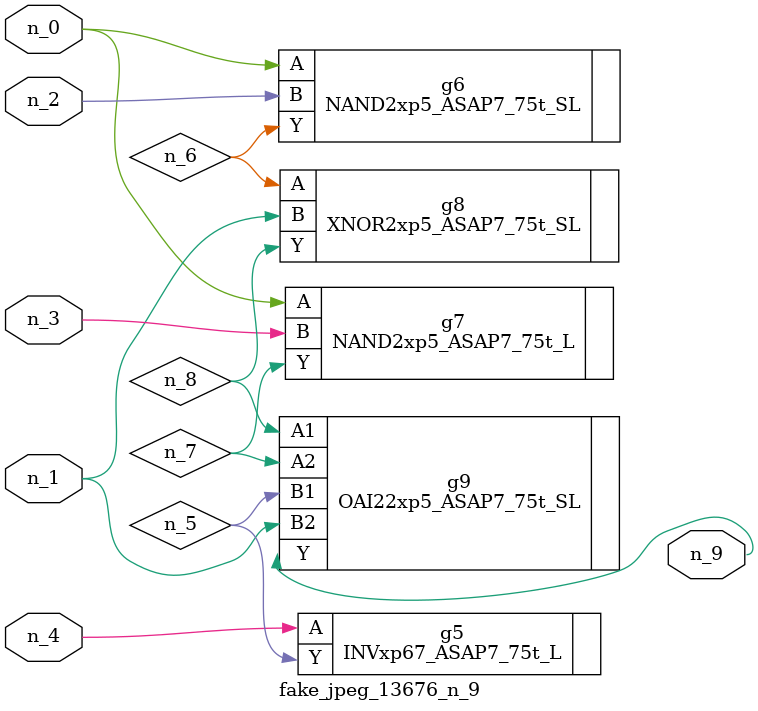
<source format=v>
module fake_jpeg_13676_n_9 (n_3, n_2, n_1, n_0, n_4, n_9);

input n_3;
input n_2;
input n_1;
input n_0;
input n_4;

output n_9;

wire n_8;
wire n_6;
wire n_5;
wire n_7;

INVxp67_ASAP7_75t_L g5 ( 
.A(n_4),
.Y(n_5)
);

NAND2xp5_ASAP7_75t_SL g6 ( 
.A(n_0),
.B(n_2),
.Y(n_6)
);

NAND2xp5_ASAP7_75t_L g7 ( 
.A(n_0),
.B(n_3),
.Y(n_7)
);

XNOR2xp5_ASAP7_75t_SL g8 ( 
.A(n_6),
.B(n_1),
.Y(n_8)
);

OAI22xp5_ASAP7_75t_SL g9 ( 
.A1(n_8),
.A2(n_7),
.B1(n_5),
.B2(n_1),
.Y(n_9)
);


endmodule
</source>
